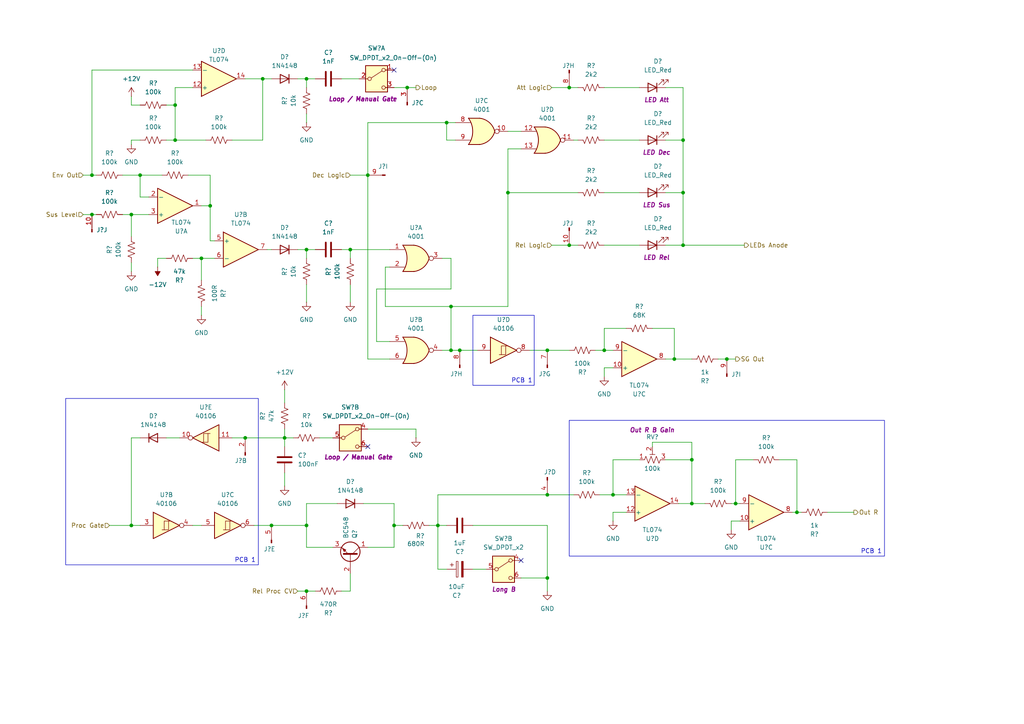
<source format=kicad_sch>
(kicad_sch (version 20250114) (generator "eeschema") (generator_version "9.0")
  (paper "A4")
  (title_block (comment 1 "PCB for 15cm Kosmo format synthesizer module"))
  (lib_symbols
    (symbol "4xxx:4001" (pin_names (offset 1.016))
      (property "Reference" "U" (at 0 1.27 0))
      (property "Value" "4001" (at 0 -1.27 0))
      (symbol "4001_1_1"
        (pin input line (at -7.62 2.54 0) (length 4.318) (name "~") (number "1"))
        (pin input line (at -7.62 -2.54 0) (length 4.318) (name "~") (number "2"))
        (pin output inverted (at 7.62 0 180) (length 3.81) (name "~") (number "3"))
      )
      (symbol "4001_1_2"
        (pin input inverted (at -7.62 2.54 0) (length 3.81) (name "~") (number "1"))
        (pin input inverted (at -7.62 -2.54 0) (length 3.81) (name "~") (number "2"))
        (pin output line (at 7.62 0 180) (length 3.81) (name "~") (number "3"))
      )
      (symbol "4001_2_1"
        (pin input line (at -7.62 2.54 0) (length 4.318) (name "~") (number "5"))
        (pin input line (at -7.62 -2.54 0) (length 4.318) (name "~") (number "6"))
        (pin output inverted (at 7.62 0 180) (length 3.81) (name "~") (number "4"))
      )
      (symbol "4001_2_2"
        (pin input inverted (at -7.62 2.54 0) (length 3.81) (name "~") (number "5"))
        (pin input inverted (at -7.62 -2.54 0) (length 3.81) (name "~") (number "6"))
        (pin output line (at 7.62 0 180) (length 3.81) (name "~") (number "4"))
      )
      (symbol "4001_3_1"
        (pin input line (at -7.62 2.54 0) (length 4.318) (name "~") (number "8"))
        (pin input line (at -7.62 -2.54 0) (length 4.318) (name "~") (number "9"))
        (pin output inverted (at 7.62 0 180) (length 3.81) (name "~") (number "10"))
      )
      (symbol "4001_3_2"
        (pin input inverted (at -7.62 2.54 0) (length 3.81) (name "~") (number "8"))
        (pin input inverted (at -7.62 -2.54 0) (length 3.81) (name "~") (number "9"))
        (pin output line (at 7.62 0 180) (length 3.81) (name "~") (number "10"))
      )
      (symbol "4001_4_1"
        (pin input line (at -7.62 2.54 0) (length 4.318) (name "~") (number "12"))
        (pin input line (at -7.62 -2.54 0) (length 4.318) (name "~") (number "13"))
        (pin output inverted (at 7.62 0 180) (length 3.81) (name "~") (number "11"))
      )
      (symbol "4001_4_2"
        (pin input inverted (at -7.62 2.54 0) (length 3.81) (name "~") (number "12"))
        (pin input inverted (at -7.62 -2.54 0) (length 3.81) (name "~") (number "13"))
        (pin output line (at 7.62 0 180) (length 3.81) (name "~") (number "11"))
      )
      (symbol "4001_5_0"
        (pin power_in line (at 0 12.7 270) (length 5.08) (name "VDD") (number "14"))
        (pin power_in line (at 0 -12.7 90) (length 5.08) (name "VSS") (number "7"))
      )
    )
    (symbol "4xxx:40106" (pin_names (offset 1.016))
      (property "Reference" "U" (at 0 1.27 0))
      (property "Value" "40106" (at 0 -1.27 0))
      (symbol "40106_1_0"
        (pin input line (at -7.62 0 0) (length 3.81) (name "~") (number "1"))
        (pin output inverted (at 7.62 0 180) (length 3.81) (name "~") (number "2"))
      )
      (symbol "40106_2_0"
        (pin input line (at -7.62 0 0) (length 3.81) (name "~") (number "3"))
        (pin output inverted (at 7.62 0 180) (length 3.81) (name "~") (number "4"))
      )
      (symbol "40106_3_0"
        (pin input line (at -7.62 0 0) (length 3.81) (name "~") (number "5"))
        (pin output inverted (at 7.62 0 180) (length 3.81) (name "~") (number "6"))
      )
      (symbol "40106_4_0"
        (pin input line (at -7.62 0 0) (length 3.81) (name "~") (number "9"))
        (pin output inverted (at 7.62 0 180) (length 3.81) (name "~") (number "8"))
      )
      (symbol "40106_5_0"
        (pin input line (at -7.62 0 0) (length 3.81) (name "~") (number "11"))
        (pin output inverted (at 7.62 0 180) (length 3.81) (name "~") (number "10"))
      )
      (symbol "40106_6_0"
        (pin input line (at -7.62 0 0) (length 3.81) (name "~") (number "13"))
        (pin output inverted (at 7.62 0 180) (length 3.81) (name "~") (number "12"))
      )
      (symbol "40106_7_0"
        (pin power_in line (at 0 12.7 270) (length 5.08) (name "VDD") (number "14"))
        (pin power_in line (at 0 -12.7 90) (length 5.08) (name "VSS") (number "7"))
      )
    )
    (symbol "Amplifier_Operational:TL074" (pin_names (offset 0.127))
      (property "Reference" "U" (at 0 5.08 0))
      (property "Value" "TL074" (at 0 -5.08 0))
      (symbol "TL074_1_1"
        (pin input line (at -7.62 2.54 0) (length 2.54) (name "+") (number "3"))
        (pin input line (at -7.62 -2.54 0) (length 2.54) (name "-") (number "2"))
        (pin output line (at 7.62 0 180) (length 2.54) (name "~") (number "1"))
      )
      (symbol "TL074_2_1"
        (pin input line (at -7.62 2.54 0) (length 2.54) (name "+") (number "5"))
        (pin input line (at -7.62 -2.54 0) (length 2.54) (name "-") (number "6"))
        (pin output line (at 7.62 0 180) (length 2.54) (name "~") (number "7"))
      )
      (symbol "TL074_3_1"
        (pin input line (at -7.62 2.54 0) (length 2.54) (name "+") (number "10"))
        (pin input line (at -7.62 -2.54 0) (length 2.54) (name "-") (number "9"))
        (pin output line (at 7.62 0 180) (length 2.54) (name "~") (number "8"))
      )
      (symbol "TL074_4_1"
        (pin input line (at -7.62 2.54 0) (length 2.54) (name "+") (number "12"))
        (pin input line (at -7.62 -2.54 0) (length 2.54) (name "-") (number "13"))
        (pin output line (at 7.62 0 180) (length 2.54) (name "~") (number "14"))
      )
      (symbol "TL074_5_1"
        (pin power_in line (at -2.54 7.62 270) (length 3.81) (name "V+") (number "4"))
        (pin power_in line (at -2.54 -7.62 90) (length 3.81) (name "V-") (number "11"))
      )
    )
    (symbol "Device:C" (pin_numbers (hide yes)) (pin_names (offset 0.254))
      (property "Reference" "C" (at 0.635 2.54 0))
      (property "Value" "C" (at 0.635 -2.54 0))
      (symbol "C_1_1"
        (pin passive line (at 0 3.81 270) (length 2.794) (name "~") (number "1"))
        (pin passive line (at 0 -3.81 90) (length 2.794) (name "~") (number "2"))
      )
    )
    (symbol "Device:C_Polarized" (pin_numbers (hide yes)) (pin_names (offset 0.254))
      (property "Reference" "C" (at 0.635 2.54 0))
      (property "Value" "C_Polarized" (at 0.635 -2.54 0))
      (symbol "C_Polarized_1_1"
        (pin passive line (at 0 3.81 270) (length 2.794) (name "~") (number "1"))
        (pin passive line (at 0 -3.81 90) (length 2.794) (name "~") (number "2"))
      )
    )
    (symbol "Device:LED" (pin_numbers (hide yes)) (pin_names (offset 1.016) (hide yes))
      (property "Reference" "D" (at 0 2.54 0))
      (property "Value" "LED" (at 0 -2.54 0))
      (symbol "LED_1_1"
        (pin passive line (at -3.81 0 0) (length 2.54) (name "K") (number "1"))
        (pin passive line (at 3.81 0 180) (length 2.54) (name "A") (number "2"))
      )
    )
    (symbol "Device:R_Potentiometer_Trim_US" (pin_names (offset 1.016) (hide yes))
      (property "Reference" "RV" (at -4.445 0 90))
      (property "Value" "R_Potentiometer_Trim_US" (at -2.54 0 90))
      (symbol "R_Potentiometer_Trim_US_1_1"
        (pin passive line (at 0 3.81 270) (length 1.27) (name "1") (number "1"))
        (pin passive line (at 0 -3.81 90) (length 1.27) (name "3") (number "3"))
        (pin passive line (at 3.81 0 180) (length 1.27) (name "2") (number "2"))
      )
    )
    (symbol "Device:R_US" (pin_numbers (hide yes)) (pin_names (offset 0))
      (property "Reference" "R" (at 2.54 0 90))
      (property "Value" "R_US" (at -2.54 0 90))
      (symbol "R_US_1_1"
        (pin passive line (at 0 3.81 270) (length 1.27) (name "~") (number "1"))
        (pin passive line (at 0 -3.81 90) (length 1.27) (name "~") (number "2"))
      )
    )
    (symbol "Diode:1N4148" (pin_numbers (hide yes)) (pin_names (hide yes))
      (property "Reference" "D" (at 0 2.54 0))
      (property "Value" "1N4148" (at 0 -2.54 0))
      (symbol "1N4148_1_1"
        (pin passive line (at -3.81 0 0) (length 2.54) (name "K") (number "1"))
        (pin passive line (at 3.81 0 180) (length 2.54) (name "A") (number "2"))
      )
    )
    (symbol "Switch:SW_DPDT_x2" (pin_names (offset 0) (hide yes))
      (property "Reference" "SW" (at 0 5.08 0))
      (property "Value" "SW_DPDT_x2" (at 0 -5.08 0))
      (symbol "SW_DPDT_x2_1_1"
        (pin passive line (at -5.08 0 0) (length 2.54) (name "B") (number "2"))
        (pin passive line (at 5.08 2.54 180) (length 2.54) (name "A") (number "1"))
        (pin passive line (at 5.08 -2.54 180) (length 2.54) (name "C") (number "3"))
      )
      (symbol "SW_DPDT_x2_2_1"
        (pin passive line (at -5.08 0 0) (length 2.54) (name "B") (number "5"))
        (pin passive line (at 5.08 2.54 180) (length 2.54) (name "A") (number "4"))
        (pin passive line (at 5.08 -2.54 180) (length 2.54) (name "C") (number "6"))
      )
    )
    (symbol "SynthStuff:Conn_01x10_PinHeader" (pin_names (offset 1.016) (hide yes))
      (property "Reference" "J" (at 0 2.54 0))
      (symbol "Conn_01x10_PinHeader_1_1"
        (pin passive line (at 5.08 0 180) (length 3.81) (name "Pin_1") (number "1"))
      )
      (symbol "Conn_01x10_PinHeader_2_1"
        (pin passive line (at 5.08 0 180) (length 3.81) (name "Pin_2") (number "2"))
      )
      (symbol "Conn_01x10_PinHeader_3_1"
        (pin passive line (at 5.08 0 180) (length 3.81) (name "Pin_3") (number "3"))
      )
      (symbol "Conn_01x10_PinHeader_4_1"
        (pin passive line (at 5.08 0 180) (length 3.81) (name "Pin_4") (number "4"))
      )
      (symbol "Conn_01x10_PinHeader_5_1"
        (pin passive line (at 5.08 0 180) (length 3.81) (name "Pin_5") (number "5"))
      )
      (symbol "Conn_01x10_PinHeader_6_1"
        (pin passive line (at 5.08 0 180) (length 3.81) (name "Pin_6") (number "6"))
      )
      (symbol "Conn_01x10_PinHeader_7_1"
        (pin passive line (at 5.08 0 180) (length 3.81) (name "Pin_7") (number "7"))
      )
      (symbol "Conn_01x10_PinHeader_8_1"
        (pin passive line (at 5.08 0 180) (length 3.81) (name "Pin_8") (number "8"))
      )
      (symbol "Conn_01x10_PinHeader_9_1"
        (pin passive line (at 5.08 0 180) (length 3.81) (name "Pin_9") (number "9"))
      )
      (symbol "Conn_01x10_PinHeader_10_1"
        (pin passive line (at 5.08 0 180) (length 3.81) (name "Pin_10") (number "10"))
      )
    )
    (symbol "Transistor_BJT:BC548" (pin_names (offset 0) (hide yes))
      (property "Reference" "Q" (at 5.08 1.905 0))
      (property "Value" "BC548" (at 5.08 0 0))
      (symbol "BC548_1_1"
        (pin input line (at -5.08 0 0) (length 2.54) (name "B") (number "2"))
        (pin passive line (at 2.54 5.08 270) (length 2.54) (name "C") (number "1"))
        (pin passive line (at 2.54 -5.08 90) (length 2.54) (name "E") (number "3"))
      )
    )
    (symbol "power:+12V" (power) (pin_numbers (hide yes)) (pin_names (offset 0) (hide yes))
      (property "Value" "+12V" (at 0 3.556 0))
      (symbol "+12V_1_1"
        (pin power_in line (at 0 0 90) (length 0) (name "~") (number "1"))
      )
    )
    (symbol "power:-12V" (power) (pin_numbers (hide yes)) (pin_names (offset 0) (hide yes))
      (property "Value" "-12V" (at 0 3.556 0))
      (symbol "-12V_0_0"
        (pin power_in line (at 0 0 90) (length 0) (name "~") (number "1"))
      )
    )
    (symbol "power:GND" (power) (pin_numbers (hide yes)) (pin_names (offset 0) (hide yes))
      (property "Value" "GND" (at 0 -3.81 0))
      (symbol "GND_1_1"
        (pin power_in line (at 0 0 270) (length 0) (name "~") (number "1"))
      )
    )
  )
  (rectangle (start 137.16 91.44) (end 154.94 111.76))
  (rectangle (start 165.1 121.92) (end 256.54 161.29))
  (rectangle (start 19.05 115.57) (end 74.93 163.83))
  (text "PCB 1" (at 252.73 160.02 0) (effects (font (size 1.27 1.27))))
  (text "PCB 1" (at 71.12 162.56 0) (effects (font (size 1.27 1.27))))
  (text "PCB 1" (at 151.384 110.49 0) (effects (font (size 1.27 1.27))))
  (junction (at 106.68 50.8))
  (junction (at 114.3 152.4))
  (junction (at 213.36 146.05))
  (junction (at 129.54 35.56))
  (junction (at 88.9 152.4))
  (junction (at 71.12 127))
  (junction (at 147.32 55.88))
  (junction (at 158.75 143.51))
  (junction (at 177.8 143.51))
  (junction (at 26.67 62.23))
  (junction (at 130.81 88.9))
  (junction (at 78.74 152.4))
  (junction (at 76.2 22.86))
  (junction (at 40.64 50.8))
  (junction (at 26.67 50.8))
  (junction (at 198.12 40.64))
  (junction (at 165.1 71.12))
  (junction (at 231.14 148.59))
  (junction (at 127 152.4))
  (junction (at 175.26 101.6))
  (junction (at 88.9 22.86))
  (junction (at 200.66 133.35))
  (junction (at 88.9 171.45))
  (junction (at 118.11 25.4))
  (junction (at 158.75 167.64))
  (junction (at 200.66 146.05))
  (junction (at 158.75 101.6))
  (junction (at 101.6 72.39))
  (junction (at 82.55 127))
  (junction (at 130.81 101.6))
  (junction (at 165.1 25.4))
  (junction (at 50.8 30.48))
  (junction (at 88.9 72.39))
  (junction (at 58.42 74.93))
  (junction (at 195.58 104.14))
  (junction (at 38.1 62.23))
  (junction (at 198.12 55.88))
  (junction (at 50.8 40.64))
  (junction (at 198.12 71.12))
  (junction (at 60.96 59.69))
  (junction (at 38.1 152.4))
  (junction (at 133.35 101.6))
  (junction (at 210.82 104.14))
  (no_connect (at 151.13 162.56))
  (no_connect (at 114.3 20.32))
  (no_connect (at 106.68 129.54))
  (wire (pts (xy 48.26 40.64) (xy 50.8 40.64)))
  (wire (pts (xy 175.26 55.88) (xy 185.42 55.88)))
  (wire (pts (xy 130.81 101.6) (xy 133.35 101.6)))
  (wire (pts (xy 88.9 171.45) (xy 91.44 171.45)))
  (wire (pts (xy 67.31 127) (xy 71.12 127)))
  (wire (pts (xy 59.69 40.64) (xy 50.8 40.64)))
  (wire (pts (xy 200.66 133.35) (xy 200.66 146.05)))
  (wire (pts (xy 198.12 25.4) (xy 198.12 40.64)))
  (wire (pts (xy 120.65 127) (xy 120.65 124.46)))
  (wire (pts (xy 48.26 127) (xy 52.07 127)))
  (wire (pts (xy 58.42 88.9) (xy 58.42 91.44)))
  (wire (pts (xy 231.14 133.35) (xy 231.14 148.59)))
  (wire (pts (xy 189.23 128.27) (xy 200.66 128.27)))
  (wire (pts (xy 88.9 33.02) (xy 88.9 35.56)))
  (wire (pts (xy 101.6 82.55) (xy 101.6 87.63)))
  (wire (pts (xy 105.41 146.05) (xy 114.3 146.05)))
  (wire (pts (xy 101.6 50.8) (xy 106.68 50.8)))
  (wire (pts (xy 193.04 55.88) (xy 198.12 55.88)))
  (wire (pts (xy 175.26 40.64) (xy 185.42 40.64)))
  (wire (pts (xy 99.06 22.86) (xy 104.14 22.86)))
  (wire (pts (xy 88.9 72.39) (xy 88.9 74.93)))
  (wire (pts (xy 82.55 113.03) (xy 82.55 116.84)))
  (wire (pts (xy 26.67 50.8) (xy 27.94 50.8)))
  (wire (pts (xy 147.32 55.88) (xy 147.32 43.18)))
  (wire (pts (xy 195.58 104.14) (xy 200.66 104.14)))
  (wire (pts (xy 166.37 40.64) (xy 167.64 40.64)))
  (wire (pts (xy 198.12 40.64) (xy 198.12 55.88)))
  (wire (pts (xy 120.65 124.46) (xy 106.68 124.46)))
  (wire (pts (xy 226.06 133.35) (xy 231.14 133.35)))
  (wire (pts (xy 177.8 133.35) (xy 177.8 143.51)))
  (wire (pts (xy 114.3 158.75) (xy 114.3 152.4)))
  (wire (pts (xy 229.87 148.59) (xy 231.14 148.59)))
  (wire (pts (xy 128.27 101.6) (xy 130.81 101.6)))
  (wire (pts (xy 40.64 30.48) (xy 38.1 30.48)))
  (wire (pts (xy 24.13 50.8) (xy 26.67 50.8)))
  (wire (pts (xy 111.76 77.47) (xy 111.76 88.9)))
  (wire (pts (xy 114.3 152.4) (xy 116.84 152.4)))
  (wire (pts (xy 101.6 171.45) (xy 101.6 166.37)))
  (wire (pts (xy 26.67 62.23) (xy 27.94 62.23)))
  (wire (pts (xy 88.9 158.75) (xy 96.52 158.75)))
  (wire (pts (xy 218.44 133.35) (xy 213.36 133.35)))
  (wire (pts (xy 82.55 127) (xy 82.55 129.54)))
  (wire (pts (xy 158.75 152.4) (xy 158.75 167.64)))
  (wire (pts (xy 208.28 104.14) (xy 210.82 104.14)))
  (wire (pts (xy 101.6 72.39) (xy 113.03 72.39)))
  (wire (pts (xy 129.54 35.56) (xy 129.54 40.64)))
  (wire (pts (xy 97.79 146.05) (xy 88.9 146.05)))
  (wire (pts (xy 38.1 152.4) (xy 40.64 152.4)))
  (wire (pts (xy 147.32 55.88) (xy 147.32 88.9)))
  (wire (pts (xy 60.96 59.69) (xy 58.42 59.69)))
  (wire (pts (xy 193.04 25.4) (xy 198.12 25.4)))
  (wire (pts (xy 130.81 83.82) (xy 109.22 83.82)))
  (wire (pts (xy 55.88 25.4) (xy 50.8 25.4)))
  (wire (pts (xy 137.16 165.1) (xy 140.97 165.1)))
  (wire (pts (xy 165.1 71.12) (xy 167.64 71.12)))
  (wire (pts (xy 71.12 22.86) (xy 76.2 22.86)))
  (wire (pts (xy 198.12 55.88) (xy 198.12 71.12)))
  (wire (pts (xy 106.68 50.8) (xy 106.68 104.14)))
  (wire (pts (xy 35.56 62.23) (xy 38.1 62.23)))
  (wire (pts (xy 175.26 71.12) (xy 185.42 71.12)))
  (wire (pts (xy 60.96 69.85) (xy 62.23 69.85)))
  (wire (pts (xy 92.71 127) (xy 96.52 127)))
  (wire (pts (xy 177.8 143.51) (xy 173.99 143.51)))
  (wire (pts (xy 58.42 74.93) (xy 58.42 81.28)))
  (wire (pts (xy 82.55 137.16) (xy 82.55 140.97)))
  (wire (pts (xy 86.36 72.39) (xy 88.9 72.39)))
  (wire (pts (xy 106.68 104.14) (xy 113.03 104.14)))
  (wire (pts (xy 86.36 171.45) (xy 88.9 171.45)))
  (wire (pts (xy 147.32 55.88) (xy 167.64 55.88)))
  (wire (pts (xy 160.02 71.12) (xy 165.1 71.12)))
  (wire (pts (xy 210.82 104.14) (xy 213.36 104.14)))
  (wire (pts (xy 185.42 133.35) (xy 177.8 133.35)))
  (wire (pts (xy 151.13 167.64) (xy 158.75 167.64)))
  (wire (pts (xy 77.47 72.39) (xy 78.74 72.39)))
  (wire (pts (xy 38.1 41.91) (xy 38.1 40.64)))
  (wire (pts (xy 78.74 152.4) (xy 88.9 152.4)))
  (wire (pts (xy 172.72 101.6) (xy 175.26 101.6)))
  (wire (pts (xy 200.66 146.05) (xy 204.47 146.05)))
  (wire (pts (xy 165.1 25.4) (xy 167.64 25.4)))
  (wire (pts (xy 130.81 88.9) (xy 130.81 101.6)))
  (wire (pts (xy 113.03 77.47) (xy 111.76 77.47)))
  (wire (pts (xy 50.8 25.4) (xy 50.8 30.48)))
  (wire (pts (xy 240.03 148.59) (xy 247.65 148.59)))
  (wire (pts (xy 212.09 146.05) (xy 213.36 146.05)))
  (wire (pts (xy 127 165.1) (xy 127 152.4)))
  (wire (pts (xy 88.9 146.05) (xy 88.9 152.4)))
  (wire (pts (xy 129.54 35.56) (xy 132.08 35.56)))
  (wire (pts (xy 189.23 95.25) (xy 195.58 95.25)))
  (wire (pts (xy 212.09 151.13) (xy 212.09 153.67)))
  (wire (pts (xy 38.1 62.23) (xy 38.1 68.58)))
  (wire (pts (xy 147.32 38.1) (xy 151.13 38.1)))
  (wire (pts (xy 76.2 40.64) (xy 76.2 22.86)))
  (wire (pts (xy 106.68 158.75) (xy 114.3 158.75)))
  (wire (pts (xy 31.75 152.4) (xy 38.1 152.4)))
  (wire (pts (xy 38.1 127) (xy 38.1 152.4)))
  (wire (pts (xy 177.8 148.59) (xy 177.8 151.13)))
  (wire (pts (xy 231.14 148.59) (xy 232.41 148.59)))
  (wire (pts (xy 128.27 74.93) (xy 130.81 74.93)))
  (wire (pts (xy 101.6 72.39) (xy 101.6 74.93)))
  (wire (pts (xy 109.22 99.06) (xy 113.03 99.06)))
  (wire (pts (xy 60.96 50.8) (xy 60.96 59.69)))
  (wire (pts (xy 181.61 143.51) (xy 177.8 143.51)))
  (wire (pts (xy 132.08 40.64) (xy 129.54 40.64)))
  (wire (pts (xy 38.1 30.48) (xy 38.1 27.94)))
  (wire (pts (xy 55.88 152.4) (xy 58.42 152.4)))
  (wire (pts (xy 73.66 152.4) (xy 78.74 152.4)))
  (wire (pts (xy 58.42 74.93) (xy 62.23 74.93)))
  (wire (pts (xy 40.64 50.8) (xy 46.99 50.8)))
  (wire (pts (xy 88.9 72.39) (xy 91.44 72.39)))
  (wire (pts (xy 48.26 74.93) (xy 45.72 74.93)))
  (wire (pts (xy 26.67 20.32) (xy 55.88 20.32)))
  (wire (pts (xy 71.12 127) (xy 82.55 127)))
  (wire (pts (xy 129.54 165.1) (xy 127 165.1)))
  (wire (pts (xy 177.8 106.68) (xy 175.26 106.68)))
  (wire (pts (xy 114.3 25.4) (xy 118.11 25.4)))
  (wire (pts (xy 38.1 76.2) (xy 38.1 78.74)))
  (wire (pts (xy 195.58 95.25) (xy 195.58 104.14)))
  (wire (pts (xy 106.68 35.56) (xy 106.68 50.8)))
  (wire (pts (xy 181.61 95.25) (xy 175.26 95.25)))
  (wire (pts (xy 40.64 127) (xy 38.1 127)))
  (wire (pts (xy 99.06 72.39) (xy 101.6 72.39)))
  (wire (pts (xy 129.54 35.56) (xy 106.68 35.56)))
  (wire (pts (xy 111.76 88.9) (xy 130.81 88.9)))
  (wire (pts (xy 130.81 88.9) (xy 147.32 88.9)))
  (wire (pts (xy 198.12 71.12) (xy 215.9 71.12)))
  (wire (pts (xy 26.67 20.32) (xy 26.67 50.8)))
  (wire (pts (xy 82.55 127) (xy 85.09 127)))
  (wire (pts (xy 88.9 82.55) (xy 88.9 87.63)))
  (wire (pts (xy 38.1 62.23) (xy 43.18 62.23)))
  (wire (pts (xy 158.75 143.51) (xy 166.37 143.51)))
  (wire (pts (xy 35.56 50.8) (xy 40.64 50.8)))
  (wire (pts (xy 160.02 25.4) (xy 165.1 25.4)))
  (wire (pts (xy 43.18 57.15) (xy 40.64 57.15)))
  (wire (pts (xy 99.06 171.45) (xy 101.6 171.45)))
  (wire (pts (xy 147.32 43.18) (xy 151.13 43.18)))
  (wire (pts (xy 48.26 30.48) (xy 50.8 30.48)))
  (wire (pts (xy 86.36 22.86) (xy 88.9 22.86)))
  (wire (pts (xy 109.22 83.82) (xy 109.22 99.06)))
  (wire (pts (xy 200.66 128.27) (xy 200.66 133.35)))
  (wire (pts (xy 193.04 40.64) (xy 198.12 40.64)))
  (wire (pts (xy 24.13 62.23) (xy 26.67 62.23)))
  (wire (pts (xy 127 143.51) (xy 127 152.4)))
  (wire (pts (xy 45.72 74.93) (xy 45.72 77.47)))
  (wire (pts (xy 54.61 50.8) (xy 60.96 50.8)))
  (wire (pts (xy 175.26 95.25) (xy 175.26 101.6)))
  (wire (pts (xy 40.64 57.15) (xy 40.64 50.8)))
  (wire (pts (xy 196.85 146.05) (xy 200.66 146.05)))
  (wire (pts (xy 76.2 22.86) (xy 78.74 22.86)))
  (wire (pts (xy 88.9 22.86) (xy 91.44 22.86)))
  (wire (pts (xy 38.1 40.64) (xy 40.64 40.64)))
  (wire (pts (xy 181.61 148.59) (xy 177.8 148.59)))
  (wire (pts (xy 158.75 167.64) (xy 158.75 171.45)))
  (wire (pts (xy 127 152.4) (xy 129.54 152.4)))
  (wire (pts (xy 88.9 152.4) (xy 88.9 158.75)))
  (wire (pts (xy 130.81 74.93) (xy 130.81 83.82)))
  (wire (pts (xy 55.88 74.93) (xy 58.42 74.93)))
  (wire (pts (xy 133.35 101.6) (xy 138.43 101.6)))
  (wire (pts (xy 214.63 151.13) (xy 212.09 151.13)))
  (wire (pts (xy 193.04 133.35) (xy 200.66 133.35)))
  (wire (pts (xy 88.9 22.86) (xy 88.9 25.4)))
  (wire (pts (xy 193.04 71.12) (xy 198.12 71.12)))
  (wire (pts (xy 213.36 133.35) (xy 213.36 146.05)))
  (wire (pts (xy 82.55 124.46) (xy 82.55 127)))
  (wire (pts (xy 175.26 101.6) (xy 177.8 101.6)))
  (wire (pts (xy 124.46 152.4) (xy 127 152.4)))
  (wire (pts (xy 114.3 146.05) (xy 114.3 152.4)))
  (wire (pts (xy 137.16 152.4) (xy 158.75 152.4)))
  (wire (pts (xy 175.26 106.68) (xy 175.26 109.22)))
  (wire (pts (xy 60.96 59.69) (xy 60.96 69.85)))
  (wire (pts (xy 175.26 25.4) (xy 185.42 25.4)))
  (wire (pts (xy 118.11 25.4) (xy 120.65 25.4)))
  (wire (pts (xy 213.36 146.05) (xy 214.63 146.05)))
  (wire (pts (xy 193.04 104.14) (xy 195.58 104.14)))
  (wire (pts (xy 50.8 30.48) (xy 50.8 40.64)))
  (wire (pts (xy 153.67 101.6) (xy 158.75 101.6)))
  (wire (pts (xy 67.31 40.64) (xy 76.2 40.64)))
  (wire (pts (xy 127 143.51) (xy 158.75 143.51)))
  (wire (pts (xy 189.23 129.54) (xy 189.23 128.27)))
  (wire (pts (xy 158.75 101.6) (xy 165.1 101.6)))
  (hierarchical_label "Dec Logic" (shape input) (at 101.6 50.8 180))
  (hierarchical_label "Att Logic" (shape input) (at 160.02 25.4 180))
  (hierarchical_label "SG Out" (shape output) (at 213.36 104.14 0))
  (hierarchical_label "Proc Gate" (shape input) (at 31.75 152.4 180))
  (hierarchical_label "Loop" (shape output) (at 120.65 25.4 0))
  (hierarchical_label "LEDs Anode" (shape output) (at 215.9 71.12 0))
  (hierarchical_label "Env Out" (shape input) (at 24.13 50.8 180))
  (hierarchical_label "Out R" (shape output) (at 247.65 148.59 0))
  (hierarchical_label "Rel Proc CV" (shape input) (at 86.36 171.45 180))
  (hierarchical_label "Rel Logic" (shape input) (at 160.02 71.12 180))
  (hierarchical_label "Sus Level" (shape input) (at 24.13 62.23 180))
  (symbol (lib_id "Device:C") (at 133.35 152.4 90) (mirror x) (unit 1) (on_board no)
    (property "Reference" "C?" (at 133.35 160.02 90))
    (property "Value" "1uF" (at 133.35 157.48 90))
    (property "Footprint" "Capacitor_THT:C_Disc_D4.3mm_W1.9mm_P5.00mm" (effects (hide yes)))
    (property "Description" "Unpolarized capacitor" (effects (hide yes)))
  )
  (symbol (lib_id "Device:R_US") (at 88.9 127 270) (unit 1) (on_board no)
    (property "Reference" "R?" (at 88.9 120.65 90))
    (property "Value" "10k" (at 88.9 123.19 90))
    (property "Footprint" "Resistor_THT:R_Axial_DIN0207_L6.3mm_D2.5mm_P7.62mm_Horizontal" (effects (hide yes)))
    (property "Description" "Resistor, US symbol" (effects (hide yes)))
  )
  (symbol (lib_id "power:GND") (at 158.75 171.45 0) (unit 1) (on_board no)
    (property "Reference" "#PWR?" (effects (hide yes)))
    (property "Value" "GND" (at 158.75 176.53 0))
    (property "Description" "Power symbol creates a global label with name \"GND\" , ground" (effects (hide yes)))
  )
  (symbol (lib_id "Device:LED") (at 189.23 71.12 180) (unit 1) (on_board no)
    (property "Reference" "D?" (at 190.8175 63.5 0))
    (property "Value" "LED_Red" (at 190.8175 66.04 0))
    (property "Footprint" "LED_THT:LED_D3.0mm" (effects (hide yes)))
    (property "Description" "Light emitting diode" (effects (hide yes)))
    (property "Sim.Pins" "1=K 2=A" (effects (hide yes)))
    (property "Function" "LED Rel" (at 190.5 74.676 0) (effects (font (thickness 0.254) (bold yes) (italic yes))))
  )
  (symbol (lib_id "SynthStuff:Conn_01x10_PinHeader") (at 78.74 157.48 90) (unit 5)
    (property "Reference" "J?" (at 76.454 159.258 90) (effects (justify right)))
    (property "Value" "Conn_01x10_PinHeader" (effects (hide yes)))
    (property "Description" "Generic connector, single row, 01x10" (effects (hide yes)))
  )
  (symbol (lib_id "power:GND") (at 177.8 151.13 0) (unit 1) (on_board no)
    (property "Reference" "#PWR?" (effects (hide yes)))
    (property "Value" "GND" (at 177.8 156.21 0))
    (property "Description" "Power symbol creates a global label with name \"GND\" , ground" (effects (hide yes)))
  )
  (symbol (lib_id "Amplifier_Operational:TL074") (at 185.42 104.14 0) (mirror x) (unit 3) (on_board no)
    (property "Reference" "U?" (at 185.42 114.3 0))
    (property "Value" "TL074" (at 185.42 111.76 0))
    (property "Footprint" "Package_DIP:DIP-14_W7.62mm_Socket" (effects (hide yes)))
    (property "Datasheet" "http://www.ti.com/lit/ds/symlink/tl071.pdf" (effects (hide yes)))
    (property "Description" "Quad Low-Noise JFET-Input Operational Amplifiers, DIP-14/SOIC-14" (effects (hide yes)))
  )
  (symbol (lib_id "Device:R_US") (at 222.25 133.35 90) (mirror x) (unit 1)
    (property "Reference" "R?" (at 222.25 127 90))
    (property "Value" "100k" (at 222.25 129.54 90))
    (property "Footprint" "Resistor_THT:R_Axial_DIN0207_L6.3mm_D2.5mm_P7.62mm_Horizontal" (effects (hide yes)))
    (property "Description" "Resistor, US symbol" (effects (hide yes)))
  )
  (symbol (lib_id "4xxx:40106") (at 146.05 101.6 0) (unit 4)
    (property "Reference" "U?" (at 146.05 92.71 0))
    (property "Value" "40106" (at 146.05 95.25 0))
    (property "Footprint" "Package_DIP:DIP-14_W7.62mm_Socket" (effects (hide yes)))
    (property "Datasheet" "https://assets.nexperia.com/documents/data-sheet/HEF40106B.pdf" (effects (hide yes)))
    (property "Description" "Hex Schmitt trigger inverter" (effects (hide yes)))
  )
  (symbol (lib_id "Transistor_BJT:BC548") (at 101.6 161.29 270) (mirror x) (unit 1) (on_board no)
    (property "Reference" "Q?" (at 102.8701 156.21 0) (effects (justify left)))
    (property "Value" "BC548" (at 100.3301 156.21 0) (effects (justify left)))
    (property "Footprint" "Package_TO_SOT_THT:TO-92L_Inline_Wide" (effects (hide yes)))
    (property "Datasheet" "https://www.onsemi.com/pub/Collateral/BC550-D.pdf" (effects (hide yes)))
    (property "Description" "0.1A Ic, 30V Vce, Small Signal NPN Transistor, TO-92" (effects (hide yes)))
  )
  (symbol (lib_id "Device:R_US") (at 38.1 72.39 0) (unit 1) (on_board no)
    (property "Reference" "R?" (at 31.75 72.39 90))
    (property "Value" "100k" (at 34.29 72.39 90))
    (property "Footprint" "Resistor_THT:R_Axial_DIN0207_L6.3mm_D2.5mm_P7.62mm_Horizontal" (effects (hide yes)))
    (property "Description" "Resistor, US symbol" (effects (hide yes)))
  )
  (symbol (lib_id "Device:R_US") (at 171.45 25.4 90) (mirror x) (unit 1) (on_board no)
    (property "Reference" "R?" (at 171.45 19.05 90))
    (property "Value" "2k2" (at 171.45 21.59 90))
    (property "Footprint" "Resistor_THT:R_Axial_DIN0207_L6.3mm_D2.5mm_P7.62mm_Horizontal" (effects (hide yes)))
    (property "Description" "Resistor, US symbol" (effects (hide yes)))
  )
  (symbol (lib_id "SynthStuff:Conn_01x10_PinHeader") (at 158.75 138.43 270) (unit 4)
    (property "Reference" "J?" (at 161.29 136.906 90) (effects (justify right)))
    (property "Value" "Conn_01x10_PinHeader" (effects (hide yes)))
    (property "Description" "Generic connector, single row, 01x10" (effects (hide yes)))
  )
  (symbol (lib_id "Diode:1N4148") (at 82.55 22.86 180) (unit 1) (on_board no)
    (property "Reference" "D?" (at 82.55 16.51 0))
    (property "Value" "1N4148" (at 82.55 19.05 0))
    (property "Footprint" "Diode_THT:D_DO-35_SOD27_P7.62mm_Horizontal" (effects (hide yes)))
    (property "Datasheet" "https://assets.nexperia.com/documents/data-sheet/1N4148_1N4448.pdf" (effects (hide yes)))
    (property "Description" "100V 0.15A standard switching diode, DO-35" (effects (hide yes)))
    (property "Sim.Device" "D" (effects (hide yes)))
    (property "Sim.Pins" "1=K 2=A" (effects (hide yes)))
  )
  (symbol (lib_id "SynthStuff:Conn_01x10_PinHeader") (at 111.76 50.8 180) (unit 9)
    (property "Reference" "J?" (at 111.125 48.26 0))
    (property "Value" "Conn_01x10_PinHeader" (effects (hide yes)))
    (property "Description" "Generic connector, single row, 01x10" (effects (hide yes)))
  )
  (symbol (lib_id "power:-12V") (at 45.72 77.47 180) (unit 1) (on_board no)
    (property "Reference" "#PWR?" (effects (hide yes)))
    (property "Value" "-12V" (at 45.72 82.55 0))
    (property "Description" "Power symbol creates a global label with name \"-12V\"" (effects (hide yes)))
  )
  (symbol (lib_id "4xxx:4001") (at 158.75 40.64 0) (unit 4) (on_board no)
    (property "Reference" "U?" (at 158.75 31.75 0))
    (property "Value" "4001" (at 158.75 34.29 0))
    (property "Footprint" "Package_DIP:DIP-14_W7.62mm_Socket" (effects (hide yes)))
    (property "Datasheet" "http://www.intersil.com/content/dam/Intersil/documents/cd40/cd4000bms-01bms-02bms-25bms.pdf" (effects (hide yes)))
    (property "Description" "Quad Nor 2 inputs" (effects (hide yes)))
  )
  (symbol (lib_id "power:GND") (at 82.55 140.97 0) (unit 1)
    (property "Reference" "#PWR?" (effects (hide yes)))
    (property "Value" "GND" (at 82.55 146.05 0))
    (property "Description" "Power symbol creates a global label with name \"GND\" , ground" (effects (hide yes)))
  )
  (symbol (lib_id "power:GND") (at 175.26 109.22 0) (unit 1) (on_board no)
    (property "Reference" "#PWR?" (effects (hide yes)))
    (property "Value" "GND" (at 175.26 114.3 0))
    (property "Description" "Power symbol creates a global label with name \"GND\" , ground" (effects (hide yes)))
  )
  (symbol (lib_id "4xxx:40106") (at 66.04 152.4 0) (unit 3)
    (property "Reference" "U?" (at 66.04 143.51 0))
    (property "Value" "40106" (at 66.04 146.05 0))
    (property "Footprint" "Package_DIP:DIP-14_W7.62mm_Socket" (effects (hide yes)))
    (property "Datasheet" "https://assets.nexperia.com/documents/data-sheet/HEF40106B.pdf" (effects (hide yes)))
    (property "Description" "Hex Schmitt trigger inverter" (effects (hide yes)))
  )
  (symbol (lib_id "Device:C_Polarized") (at 133.35 165.1 90) (mirror x) (unit 1) (on_board no)
    (property "Reference" "C?" (at 132.461 172.72 90))
    (property "Value" "10uF" (at 132.461 170.18 90))
    (property "Footprint" "Capacitor_THT:CP_Radial_D5.0mm_P2.00mm" (effects (hide yes)))
    (property "Description" "Polarized capacitor" (effects (hide yes)))
  )
  (symbol (lib_id "Device:R_US") (at 88.9 78.74 0) (unit 1) (on_board no)
    (property "Reference" "R?" (at 82.55 78.74 90))
    (property "Value" "10k" (at 85.09 78.74 90))
    (property "Footprint" "Resistor_THT:R_Axial_DIN0207_L6.3mm_D2.5mm_P7.62mm_Horizontal" (effects (hide yes)))
    (property "Description" "Resistor, US symbol" (effects (hide yes)))
  )
  (symbol (lib_id "power:GND") (at 120.65 127 0) (unit 1)
    (property "Reference" "#PWR?" (effects (hide yes)))
    (property "Value" "GND" (at 120.65 132.08 0))
    (property "Description" "Power symbol creates a global label with name \"GND\" , ground" (effects (hide yes)))
  )
  (symbol (lib_id "SynthStuff:Conn_01x10_PinHeader") (at 133.35 106.68 90) (unit 8)
    (property "Reference" "J?" (at 130.556 108.458 90) (effects (justify right)))
    (property "Value" "Conn_01x10_PinHeader" (effects (hide yes)))
    (property "Description" "Generic connector, single row, 01x10" (effects (hide yes)))
  )
  (symbol (lib_id "Device:R_US") (at 63.5 40.64 270) (unit 1) (on_board no)
    (property "Reference" "R?" (at 63.5 34.29 90))
    (property "Value" "100k" (at 63.5 36.83 90))
    (property "Footprint" "Resistor_THT:R_Axial_DIN0207_L6.3mm_D2.5mm_P7.62mm_Horizontal" (effects (hide yes)))
    (property "Description" "Resistor, US symbol" (effects (hide yes)))
  )
  (symbol (lib_id "SynthStuff:Conn_01x10_PinHeader") (at 210.82 109.22 90) (unit 9)
    (property "Reference" "J?" (at 212.09 108.5849 90) (effects (justify right)))
    (property "Value" "Conn_01x10_PinHeader" (effects (hide yes)))
    (property "Description" "Generic connector, single row, 01x10" (effects (hide yes)))
  )
  (symbol (lib_id "SynthStuff:Conn_01x10_PinHeader") (at 165.1 20.32 270) (unit 8)
    (property "Reference" "J?" (at 163.068 19.05 90) (effects (justify left)))
    (property "Value" "Conn_01x10_PinHeader" (effects (hide yes)))
    (property "Description" "Generic connector, single row, 01x10" (effects (hide yes)))
  )
  (symbol (lib_id "Amplifier_Operational:TL074") (at 189.23 146.05 0) (mirror x) (unit 4)
    (property "Reference" "U?" (at 189.23 156.21 0))
    (property "Value" "TL074" (at 189.23 153.67 0))
    (property "Footprint" "Package_DIP:DIP-14_W7.62mm_Socket" (effects (hide yes)))
    (property "Datasheet" "http://www.ti.com/lit/ds/symlink/tl071.pdf" (effects (hide yes)))
    (property "Description" "Quad Low-Noise JFET-Input Operational Amplifiers, DIP-14/SOIC-14" (effects (hide yes)))
  )
  (symbol (lib_id "power:+12V") (at 82.55 113.03 0) (unit 1)
    (property "Reference" "#PWR?" (effects (hide yes)))
    (property "Value" "+12V" (at 82.55 107.95 0))
    (property "Description" "Power symbol creates a global label with name \"+12V\"" (effects (hide yes)))
  )
  (symbol (lib_id "Diode:1N4148") (at 101.6 146.05 180) (unit 1) (on_board no)
    (property "Reference" "D?" (at 101.6 139.7 0))
    (property "Value" "1N4148" (at 101.6 142.24 0))
    (property "Footprint" "Diode_THT:D_DO-35_SOD27_P7.62mm_Horizontal" (effects (hide yes)))
    (property "Datasheet" "https://assets.nexperia.com/documents/data-sheet/1N4148_1N4448.pdf" (effects (hide yes)))
    (property "Description" "100V 0.15A standard switching diode, DO-35" (effects (hide yes)))
    (property "Sim.Device" "D" (effects (hide yes)))
    (property "Sim.Pins" "1=K 2=A" (effects (hide yes)))
  )
  (symbol (lib_id "SynthStuff:Conn_01x10_PinHeader") (at 71.12 132.08 90) (unit 2)
    (property "Reference" "J?" (at 68.072 133.604 90) (effects (justify right)))
    (property "Value" "Conn_01x10_PinHeader" (effects (hide yes)))
    (property "Footprint" "Connector_PinHeader_2.54mm:PinHeader_1x10_P2.54mm_Vertical" (effects (hide yes)))
    (property "Description" "Generic connector, single row, 01x10" (effects (hide yes)))
  )
  (symbol (lib_id "Amplifier_Operational:TL074") (at 50.8 59.69 0) (mirror x) (unit 1) (on_board no)
    (property "Reference" "U?" (at 52.578 67.056 0))
    (property "Value" "TL074" (at 52.578 64.516 0))
    (property "Footprint" "Package_DIP:DIP-14_W7.62mm_Socket" (effects (hide yes)))
    (property "Datasheet" "http://www.ti.com/lit/ds/symlink/tl071.pdf" (effects (hide yes)))
    (property "Description" "Quad Low-Noise JFET-Input Operational Amplifiers, DIP-14/SOIC-14" (effects (hide yes)))
  )
  (symbol (lib_id "Device:LED") (at 189.23 25.4 180) (unit 1) (on_board no)
    (property "Reference" "D?" (at 190.8175 17.78 0))
    (property "Value" "LED_Red" (at 190.8175 20.32 0))
    (property "Footprint" "LED_THT:LED_D3.0mm" (effects (hide yes)))
    (property "Description" "Light emitting diode" (effects (hide yes)))
    (property "Sim.Pins" "1=K 2=A" (effects (hide yes)))
    (property "Function" "LED Att" (at 190.5 28.956 0) (effects (font (thickness 0.254) (bold yes) (italic yes))))
  )
  (symbol (lib_id "Diode:1N4148") (at 44.45 127 0) (unit 1)
    (property "Reference" "D?" (at 44.45 120.65 0))
    (property "Value" "1N4148" (at 44.45 123.19 0))
    (property "Footprint" "Diode_THT:D_DO-35_SOD27_P7.62mm_Horizontal" (effects (hide yes)))
    (property "Datasheet" "https://assets.nexperia.com/documents/data-sheet/1N4148_1N4448.pdf" (effects (hide yes)))
    (property "Description" "100V 0.15A standard switching diode, DO-35" (effects (hide yes)))
    (property "Sim.Device" "D" (effects (hide yes)))
    (property "Sim.Pins" "1=K 2=A" (effects (hide yes)))
  )
  (symbol (lib_id "Device:C") (at 95.25 22.86 90) (unit 1) (on_board no)
    (property "Reference" "C?" (at 95.25 15.24 90))
    (property "Value" "1nF" (at 95.25 17.78 90))
    (property "Footprint" "Capacitor_THT:C_Disc_D4.3mm_W1.9mm_P5.00mm" (effects (hide yes)))
    (property "Description" "Unpolarized capacitor" (effects (hide yes)))
  )
  (symbol (lib_id "Device:R_US") (at 171.45 55.88 90) (mirror x) (unit 1) (on_board no)
    (property "Reference" "R?" (at 171.45 49.53 90))
    (property "Value" "2k2" (at 171.45 52.07 90))
    (property "Footprint" "Resistor_THT:R_Axial_DIN0207_L6.3mm_D2.5mm_P7.62mm_Horizontal" (effects (hide yes)))
    (property "Description" "Resistor, US symbol" (effects (hide yes)))
  )
  (symbol (lib_id "power:GND") (at 101.6 87.63 0) (unit 1) (on_board no)
    (property "Reference" "#PWR?" (effects (hide yes)))
    (property "Value" "GND" (at 101.6 92.71 0))
    (property "Description" "Power symbol creates a global label with name \"GND\" , ground" (effects (hide yes)))
  )
  (symbol (lib_id "Device:LED") (at 189.23 40.64 180) (unit 1) (on_board no)
    (property "Reference" "D?" (at 190.8175 33.02 0))
    (property "Value" "LED_Red" (at 190.8175 35.56 0))
    (property "Footprint" "LED_THT:LED_D3.0mm" (effects (hide yes)))
    (property "Description" "Light emitting diode" (effects (hide yes)))
    (property "Sim.Pins" "1=K 2=A" (effects (hide yes)))
    (property "Function" "LED Dec" (at 190.5 44.196 0) (effects (font (thickness 0.254) (bold yes) (italic yes))))
  )
  (symbol (lib_id "Device:R_US") (at 88.9 29.21 0) (unit 1) (on_board no)
    (property "Reference" "R?" (at 82.55 29.21 90))
    (property "Value" "10k" (at 85.09 29.21 90))
    (property "Footprint" "Resistor_THT:R_Axial_DIN0207_L6.3mm_D2.5mm_P7.62mm_Horizontal" (effects (hide yes)))
    (property "Description" "Resistor, US symbol" (effects (hide yes)))
  )
  (symbol (lib_id "power:GND") (at 58.42 91.44 0) (unit 1) (on_board no)
    (property "Reference" "#PWR?" (effects (hide yes)))
    (property "Value" "GND" (at 58.42 96.52 0))
    (property "Description" "Power symbol creates a global label with name \"GND\" , ground" (effects (hide yes)))
  )
  (symbol (lib_id "Device:R_US") (at 44.45 30.48 270) (unit 1) (on_board no)
    (property "Reference" "R?" (at 44.45 24.13 90))
    (property "Value" "100k" (at 44.45 26.67 90))
    (property "Footprint" "Resistor_THT:R_Axial_DIN0207_L6.3mm_D2.5mm_P7.62mm_Horizontal" (effects (hide yes)))
    (property "Description" "Resistor, US symbol" (effects (hide yes)))
  )
  (symbol (lib_id "Device:R_US") (at 58.42 85.09 0) (mirror y) (unit 1) (on_board no)
    (property "Reference" "R?" (at 64.77 85.09 90))
    (property "Value" "100R" (at 62.23 85.09 90))
    (property "Footprint" "Resistor_THT:R_Axial_DIN0207_L6.3mm_D2.5mm_P7.62mm_Horizontal" (effects (hide yes)))
    (property "Description" "Resistor, US symbol" (effects (hide yes)))
  )
  (symbol (lib_id "Device:R_US") (at 208.28 146.05 90) (mirror x) (unit 1)
    (property "Reference" "R?" (at 208.28 139.7 90))
    (property "Value" "100k" (at 208.28 142.24 90))
    (property "Footprint" "Resistor_THT:R_Axial_DIN0207_L6.3mm_D2.5mm_P7.62mm_Horizontal" (effects (hide yes)))
    (property "Description" "Resistor, US symbol" (effects (hide yes)))
  )
  (symbol (lib_id "SynthStuff:Conn_01x10_PinHeader") (at 26.67 67.31 90) (unit 10)
    (property "Reference" "J?" (at 27.94 66.6749 90) (effects (justify right)))
    (property "Value" "Conn_01x10_PinHeader" (effects (hide yes)))
    (property "Description" "Generic connector, single row, 01x10" (effects (hide yes)))
  )
  (symbol (lib_id "Device:R_US") (at 50.8 50.8 270) (unit 1) (on_board no)
    (property "Reference" "R?" (at 50.8 44.45 90))
    (property "Value" "100k" (at 50.8 46.99 90))
    (property "Footprint" "Resistor_THT:R_Axial_DIN0207_L6.3mm_D2.5mm_P7.62mm_Horizontal" (effects (hide yes)))
    (property "Description" "Resistor, US symbol" (effects (hide yes)))
  )
  (symbol (lib_id "Device:R_US") (at 101.6 78.74 0) (unit 1) (on_board no)
    (property "Reference" "R?" (at 95.25 78.74 90))
    (property "Value" "100k" (at 97.79 78.74 90))
    (property "Footprint" "Resistor_THT:R_Axial_DIN0207_L6.3mm_D2.5mm_P7.62mm_Horizontal" (effects (hide yes)))
    (property "Description" "Resistor, US symbol" (effects (hide yes)))
  )
  (symbol (lib_id "Switch:SW_DPDT_x2") (at 101.6 127 0) (unit 2) (on_board no)
    (property "Reference" "SW?" (at 101.6 118.11 0))
    (property "Value" "SW_DPDT_x2_On-Off-(On)" (at 106.172 120.65 0))
    (property "Description" "Switch, dual pole double throw, separate symbols" (effects (hide yes)))
    (property "Function" "Loop / Manual Gate" (at 103.886 132.588 0) (effects (font (thickness 0.254) (bold yes) (italic yes))))
  )
  (symbol (lib_id "SynthStuff:Conn_01x10_PinHeader") (at 165.1 66.04 270) (unit 10)
    (property "Reference" "J?" (at 163.068 64.77 90) (effects (justify left)))
    (property "Value" "Conn_01x10_PinHeader" (effects (hide yes)))
    (property "Description" "Generic connector, single row, 01x10" (effects (hide yes)))
  )
  (symbol (lib_id "Device:R_US") (at 31.75 50.8 270) (unit 1) (on_board no)
    (property "Reference" "R?" (at 31.75 44.45 90))
    (property "Value" "100k" (at 31.75 46.99 90))
    (property "Footprint" "Resistor_THT:R_Axial_DIN0207_L6.3mm_D2.5mm_P7.62mm_Horizontal" (effects (hide yes)))
    (property "Description" "Resistor, US symbol" (effects (hide yes)))
  )
  (symbol (lib_id "SynthStuff:Conn_01x10_PinHeader") (at 158.75 106.68 90) (unit 7)
    (property "Reference" "J?" (at 156.21 108.458 90) (effects (justify right)))
    (property "Value" "Conn_01x10_PinHeader" (effects (hide yes)))
    (property "Description" "Generic connector, single row, 01x10" (effects (hide yes)))
  )
  (symbol (lib_id "SynthStuff:Conn_01x10_PinHeader") (at 118.11 30.48 90) (unit 3)
    (property "Reference" "J?" (at 119.38 29.8449 90) (effects (justify right)))
    (property "Value" "Conn_01x10_PinHeader" (effects (hide yes)))
    (property "Description" "Generic connector, single row, 01x10" (effects (hide yes)))
  )
  (symbol (lib_id "4xxx:40106") (at 48.26 152.4 0) (unit 2)
    (property "Reference" "U?" (at 48.26 143.51 0))
    (property "Value" "40106" (at 48.26 146.05 0))
    (property "Footprint" "Package_DIP:DIP-14_W7.62mm_Socket" (effects (hide yes)))
    (property "Datasheet" "https://assets.nexperia.com/documents/data-sheet/HEF40106B.pdf" (effects (hide yes)))
    (property "Description" "Hex Schmitt trigger inverter" (effects (hide yes)))
  )
  (symbol (lib_id "Device:C") (at 82.55 133.35 0) (unit 1) (on_board no)
    (property "Reference" "C?" (at 86.36 132.0799 0) (effects (justify left)))
    (property "Value" "100nF" (at 86.36 134.6199 0) (effects (justify left)))
    (property "Footprint" "Capacitor_THT:C_Disc_D4.3mm_W1.9mm_P5.00mm" (effects (hide yes)))
    (property "Description" "Unpolarized capacitor" (effects (hide yes)))
  )
  (symbol (lib_id "power:GND") (at 88.9 87.63 0) (unit 1) (on_board no)
    (property "Reference" "#PWR?" (effects (hide yes)))
    (property "Value" "GND" (at 88.9 92.71 0))
    (property "Description" "Power symbol creates a global label with name \"GND\" , ground" (effects (hide yes)))
  )
  (symbol (lib_id "power:GND") (at 38.1 41.91 0) (unit 1) (on_board no)
    (property "Reference" "#PWR?" (effects (hide yes)))
    (property "Value" "GND" (at 38.1 46.99 0))
    (property "Description" "Power symbol creates a global label with name \"GND\" , ground" (effects (hide yes)))
  )
  (symbol (lib_id "Device:R_US") (at 170.18 143.51 90) (mirror x) (unit 1)
    (property "Reference" "R?" (at 170.18 137.16 90))
    (property "Value" "100k" (at 170.18 139.7 90))
    (property "Footprint" "Resistor_THT:R_Axial_DIN0207_L6.3mm_D2.5mm_P7.62mm_Horizontal" (effects (hide yes)))
    (property "Description" "Resistor, US symbol" (effects (hide yes)))
  )
  (symbol (lib_id "4xxx:4001") (at 139.7 38.1 0) (unit 3) (on_board no)
    (property "Reference" "U?" (at 139.7 29.21 0))
    (property "Value" "4001" (at 139.7 31.75 0))
    (property "Footprint" "Package_DIP:DIP-14_W7.62mm_Socket" (effects (hide yes)))
    (property "Datasheet" "http://www.intersil.com/content/dam/Intersil/documents/cd40/cd4000bms-01bms-02bms-25bms.pdf" (effects (hide yes)))
    (property "Description" "Quad Nor 2 inputs" (effects (hide yes)))
  )
  (symbol (lib_id "power:GND") (at 38.1 78.74 0) (unit 1) (on_board no)
    (property "Reference" "#PWR?" (effects (hide yes)))
    (property "Value" "GND" (at 38.1 83.82 0))
    (property "Description" "Power symbol creates a global label with name \"GND\" , ground" (effects (hide yes)))
  )
  (symbol (lib_id "SynthStuff:Conn_01x10_PinHeader") (at 88.9 176.53 90) (unit 6)
    (property "Reference" "J?" (at 86.36 178.562 90) (effects (justify right)))
    (property "Value" "Conn_01x10_PinHeader" (effects (hide yes)))
    (property "Description" "Generic connector, single row, 01x10" (effects (hide yes)))
  )
  (symbol (lib_id "Device:R_US") (at 168.91 101.6 90) (unit 1) (on_board no)
    (property "Reference" "R?" (at 168.91 107.95 90))
    (property "Value" "100k" (at 168.91 105.41 90))
    (property "Footprint" "Resistor_THT:R_Axial_DIN0207_L6.3mm_D2.5mm_P7.62mm_Horizontal" (effects (hide yes)))
    (property "Description" "Resistor, US symbol" (effects (hide yes)))
  )
  (symbol (lib_id "4xxx:4001") (at 120.65 101.6 0) (unit 2) (on_board no)
    (property "Reference" "U?" (at 120.65 92.71 0))
    (property "Value" "4001" (at 120.65 95.25 0))
    (property "Footprint" "Package_DIP:DIP-14_W7.62mm_Socket" (effects (hide yes)))
    (property "Datasheet" "http://www.intersil.com/content/dam/Intersil/documents/cd40/cd4000bms-01bms-02bms-25bms.pdf" (effects (hide yes)))
    (property "Description" "Quad Nor 2 inputs" (effects (hide yes)))
  )
  (symbol (lib_id "Device:R_US") (at 120.65 152.4 270) (mirror x) (unit 1) (on_board no)
    (property "Reference" "R?" (at 123.19 155.448 90) (effects (justify right)))
    (property "Value" "680R" (at 123.1901 157.734 90) (effects (justify right)))
    (property "Footprint" "Resistor_THT:R_Axial_DIN0207_L6.3mm_D2.5mm_P7.62mm_Horizontal" (effects (hide yes)))
    (property "Description" "Resistor, US symbol" (effects (hide yes)))
  )
  (symbol (lib_id "Switch:SW_DPDT_x2") (at 146.05 165.1 0) (unit 2) (on_board no)
    (property "Reference" "SW?" (at 146.05 156.21 0))
    (property "Value" "SW_DPDT_x2" (at 146.05 158.75 0))
    (property "Footprint" "SynthStuff:Toggle_Switch_2_Poles_TE" (effects (hide yes)))
    (property "Description" "Switch, dual pole double throw, separate symbols" (effects (hide yes)))
    (property "Function" "Long B" (at 146.05 170.942 0) (effects (font (thickness 0.254) (bold yes) (italic yes))))
  )
  (symbol (lib_id "Device:R_US") (at 82.55 120.65 0) (unit 1) (on_board no)
    (property "Reference" "R?" (at 76.2 120.65 90))
    (property "Value" "47k" (at 78.74 120.65 90))
    (property "Footprint" "Resistor_THT:R_Axial_DIN0207_L6.3mm_D2.5mm_P7.62mm_Horizontal" (effects (hide yes)))
    (property "Description" "Resistor, US symbol" (effects (hide yes)))
  )
  (symbol (lib_id "Amplifier_Operational:TL074") (at 222.25 148.59 0) (mirror x) (unit 3)
    (property "Reference" "U?" (at 222.25 158.75 0))
    (property "Value" "TL074" (at 222.25 156.21 0))
    (property "Footprint" "Package_DIP:DIP-14_W7.62mm_Socket" (effects (hide yes)))
    (property "Datasheet" "http://www.ti.com/lit/ds/symlink/tl071.pdf" (effects (hide yes)))
    (property "Description" "Quad Low-Noise JFET-Input Operational Amplifiers, DIP-14/SOIC-14" (effects (hide yes)))
  )
  (symbol (lib_id "Device:R_Potentiometer_Trim_US") (at 189.23 133.35 90) (unit 1)
    (property "Reference" "RV?" (at 189.23 126.746 90))
    (property "Value" "100k" (at 189.23 135.89 90))
    (property "Footprint" "Potentiometer_THT:Potentiometer_Bourns_3296X_Horizontal" (effects (hide yes)))
    (property "Description" "Trim-potentiometer, US symbol" (effects (hide yes)))
    (property "Function" "Out R B Gain" (at 189.23 124.714 90) (effects (font (thickness 0.254) (bold yes) (italic yes))))
  )
  (symbol (lib_id "Device:R_US") (at 204.47 104.14 90) (unit 1) (on_board no)
    (property "Reference" "R?" (at 204.47 110.49 90))
    (property "Value" "1k" (at 204.47 107.95 90))
    (property "Footprint" "Resistor_THT:R_Axial_DIN0207_L6.3mm_D2.5mm_P7.62mm_Horizontal" (effects (hide yes)))
    (property "Description" "Resistor, US symbol" (effects (hide yes)))
  )
  (symbol (lib_id "Switch:SW_DPDT_x2") (at 109.22 22.86 0) (unit 1) (on_board no)
    (property "Reference" "SW?" (at 109.22 13.97 0))
    (property "Value" "SW_DPDT_x2_On-Off-(On)" (at 114.046 16.764 0))
    (property "Description" "Switch, dual pole double throw, separate symbols" (effects (hide yes)))
    (property "Function" "Loop / Manual Gate" (at 105.156 28.702 0) (effects (font (thickness 0.254) (bold yes) (italic yes))))
  )
  (symbol (lib_id "power:+12V") (at 38.1 27.94 0) (unit 1) (on_board no)
    (property "Reference" "#PWR?" (effects (hide yes)))
    (property "Value" "+12V" (at 38.1 22.86 0))
    (property "Description" "Power symbol creates a global label with name \"+12V\"" (effects (hide yes)))
  )
  (symbol (lib_id "Device:R_US") (at 95.25 171.45 90) (unit 1) (on_board no)
    (property "Reference" "R?" (at 95.25 177.8 90))
    (property "Value" "470R" (at 95.25 175.26 90))
    (property "Footprint" "Resistor_THT:R_Axial_DIN0207_L6.3mm_D2.5mm_P7.62mm_Horizontal" (effects (hide yes)))
    (property "Description" "Resistor, US symbol" (effects (hide yes)))
  )
  (symbol (lib_id "Amplifier_Operational:TL074") (at 69.85 72.39 0) (unit 2) (on_board no)
    (property "Reference" "U?" (at 69.85 62.23 0))
    (property "Value" "TL074" (at 69.85 64.77 0))
    (property "Footprint" "Package_DIP:DIP-14_W7.62mm_Socket" (effects (hide yes)))
    (property "Datasheet" "http://www.ti.com/lit/ds/symlink/tl071.pdf" (effects (hide yes)))
    (property "Description" "Quad Low-Noise JFET-Input Operational Amplifiers, DIP-14/SOIC-14" (effects (hide yes)))
  )
  (symbol (lib_id "4xxx:40106") (at 59.69 127 180) (unit 5)
    (property "Reference" "U?" (at 59.69 118.11 0))
    (property "Value" "40106" (at 59.69 120.65 0))
    (property "Footprint" "Package_DIP:DIP-14_W7.62mm_Socket" (effects (hide yes)))
    (property "Datasheet" "https://assets.nexperia.com/documents/data-sheet/HEF40106B.pdf" (effects (hide yes)))
    (property "Description" "Hex Schmitt trigger inverter" (effects (hide yes)))
  )
  (symbol (lib_id "power:GND") (at 88.9 35.56 0) (unit 1) (on_board no)
    (property "Reference" "#PWR?" (effects (hide yes)))
    (property "Value" "GND" (at 88.9 40.64 0))
    (property "Description" "Power symbol creates a global label with name \"GND\" , ground" (effects (hide yes)))
  )
  (symbol (lib_id "4xxx:4001") (at 120.65 74.93 0) (unit 1) (on_board no)
    (property "Reference" "U?" (at 120.65 66.04 0))
    (property "Value" "4001" (at 120.65 68.58 0))
    (property "Footprint" "Package_DIP:DIP-14_W7.62mm_Socket" (effects (hide yes)))
    (property "Datasheet" "http://www.intersil.com/content/dam/Intersil/documents/cd40/cd4000bms-01bms-02bms-25bms.pdf" (effects (hide yes)))
    (property "Description" "Quad Nor 2 inputs" (effects (hide yes)))
  )
  (symbol (lib_id "Device:R_US") (at 171.45 40.64 90) (mirror x) (unit 1) (on_board no)
    (property "Reference" "R?" (at 171.45 34.29 90))
    (property "Value" "2k2" (at 171.45 36.83 90))
    (property "Footprint" "Resistor_THT:R_Axial_DIN0207_L6.3mm_D2.5mm_P7.62mm_Horizontal" (effects (hide yes)))
    (property "Description" "Resistor, US symbol" (effects (hide yes)))
  )
  (symbol (lib_id "Device:R_US") (at 44.45 40.64 270) (unit 1) (on_board no)
    (property "Reference" "R?" (at 44.45 34.29 90))
    (property "Value" "100k" (at 44.45 36.83 90))
    (property "Footprint" "Resistor_THT:R_Axial_DIN0207_L6.3mm_D2.5mm_P7.62mm_Horizontal" (effects (hide yes)))
    (property "Description" "Resistor, US symbol" (effects (hide yes)))
  )
  (symbol (lib_id "Device:R_US") (at 171.45 71.12 90) (mirror x) (unit 1) (on_board no)
    (property "Reference" "R?" (at 171.45 64.77 90))
    (property "Value" "2k2" (at 171.45 67.31 90))
    (property "Footprint" "Resistor_THT:R_Axial_DIN0207_L6.3mm_D2.5mm_P7.62mm_Horizontal" (effects (hide yes)))
    (property "Description" "Resistor, US symbol" (effects (hide yes)))
  )
  (symbol (lib_id "Device:LED") (at 189.23 55.88 180) (unit 1) (on_board no)
    (property "Reference" "D?" (at 190.8175 48.26 0))
    (property "Value" "LED_Red" (at 190.8175 50.8 0))
    (property "Footprint" "LED_THT:LED_D3.0mm" (effects (hide yes)))
    (property "Description" "Light emitting diode" (effects (hide yes)))
    (property "Sim.Pins" "1=K 2=A" (effects (hide yes)))
    (property "Function" "LED Sus" (at 190.5 59.436 0) (effects (font (thickness 0.254) (bold yes) (italic yes))))
  )
  (symbol (lib_id "Device:R_US") (at 31.75 62.23 90) (mirror x) (unit 1) (on_board no)
    (property "Reference" "R?" (at 31.75 55.88 90))
    (property "Value" "100k" (at 31.75 58.42 90))
    (property "Footprint" "Resistor_THT:R_Axial_DIN0207_L6.3mm_D2.5mm_P7.62mm_Horizontal" (effects (hide yes)))
    (property "Description" "Resistor, US symbol" (effects (hide yes)))
  )
  (symbol (lib_id "Device:R_US") (at 236.22 148.59 90) (unit 1)
    (property "Reference" "R?" (at 236.22 154.94 90))
    (property "Value" "1k" (at 236.22 152.4 90))
    (property "Footprint" "Resistor_THT:R_Axial_DIN0207_L6.3mm_D2.5mm_P7.62mm_Horizontal" (effects (hide yes)))
    (property "Description" "Resistor, US symbol" (effects (hide yes)))
  )
  (symbol (lib_id "power:GND") (at 212.09 153.67 0) (unit 1) (on_board no)
    (property "Reference" "#PWR?" (effects (hide yes)))
    (property "Value" "GND" (at 212.09 158.75 0))
    (property "Description" "Power symbol creates a global label with name \"GND\" , ground" (effects (hide yes)))
  )
  (symbol (lib_id "Device:R_US") (at 52.07 74.93 90) (unit 1) (on_board no)
    (property "Reference" "R?" (at 52.07 81.28 90))
    (property "Value" "47k" (at 52.07 78.74 90))
    (property "Footprint" "Resistor_THT:R_Axial_DIN0207_L6.3mm_D2.5mm_P7.62mm_Horizontal" (effects (hide yes)))
    (property "Description" "Resistor, US symbol" (effects (hide yes)))
  )
  (symbol (lib_id "Diode:1N4148") (at 82.55 72.39 180) (unit 1) (on_board no)
    (property "Reference" "D?" (at 82.55 66.04 0))
    (property "Value" "1N4148" (at 82.55 68.58 0))
    (property "Footprint" "Diode_THT:D_DO-35_SOD27_P7.62mm_Horizontal" (effects (hide yes)))
    (property "Datasheet" "https://assets.nexperia.com/documents/data-sheet/1N4148_1N4448.pdf" (effects (hide yes)))
    (property "Description" "100V 0.15A standard switching diode, DO-35" (effects (hide yes)))
    (property "Sim.Device" "D" (effects (hide yes)))
    (property "Sim.Pins" "1=K 2=A" (effects (hide yes)))
  )
  (symbol (lib_id "Device:C") (at 95.25 72.39 90) (unit 1) (on_board no)
    (property "Reference" "C?" (at 95.25 64.77 90))
    (property "Value" "1nF" (at 95.25 67.31 90))
    (property "Footprint" "Capacitor_THT:C_Disc_D4.3mm_W1.9mm_P5.00mm" (effects (hide yes)))
    (property "Description" "Unpolarized capacitor" (effects (hide yes)))
  )
  (symbol (lib_id "Amplifier_Operational:TL074") (at 63.5 22.86 0) (mirror x) (unit 4) (on_board no)
    (property "Reference" "U?" (at 63.5 14.732 0))
    (property "Value" "TL074" (at 63.5 17.272 0))
    (property "Footprint" "Package_DIP:DIP-14_W7.62mm_Socket" (effects (hide yes)))
    (property "Datasheet" "http://www.ti.com/lit/ds/symlink/tl071.pdf" (effects (hide yes)))
    (property "Description" "Quad Low-Noise JFET-Input Operational Amplifiers, DIP-14/SOIC-14" (effects (hide yes)))
  )
  (symbol (lib_id "Device:R_US") (at 185.42 95.25 90) (mirror x) (unit 1) (on_board no)
    (property "Reference" "R?" (at 185.42 88.9 90))
    (property "Value" "68K" (at 185.42 91.44 90))
    (property "Footprint" "Resistor_THT:R_Axial_DIN0207_L6.3mm_D2.5mm_P7.62mm_Horizontal" (effects (hide yes)))
    (property "Description" "Resistor, US symbol" (effects (hide yes)))
  )
)
</source>
